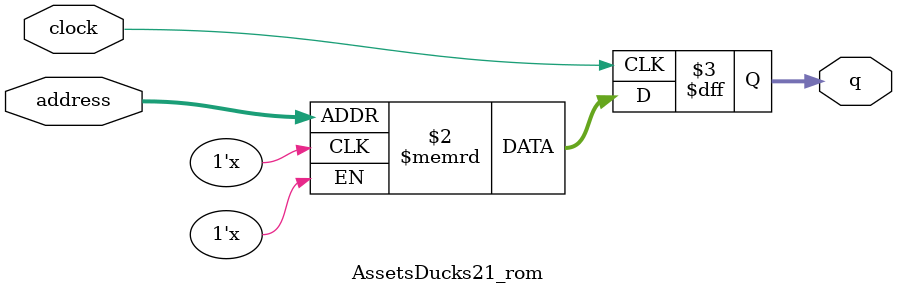
<source format=sv>
module AssetsDucks21_rom (
	input logic clock,
	input logic [11:0] address,
	output logic [3:0] q
);

logic [3:0] memory [0:4095] /* synthesis ram_init_file = "./AssetsDucks21/AssetsDucks21.mif" */;

always_ff @ (posedge clock) begin
	q <= memory[address];
end

endmodule

</source>
